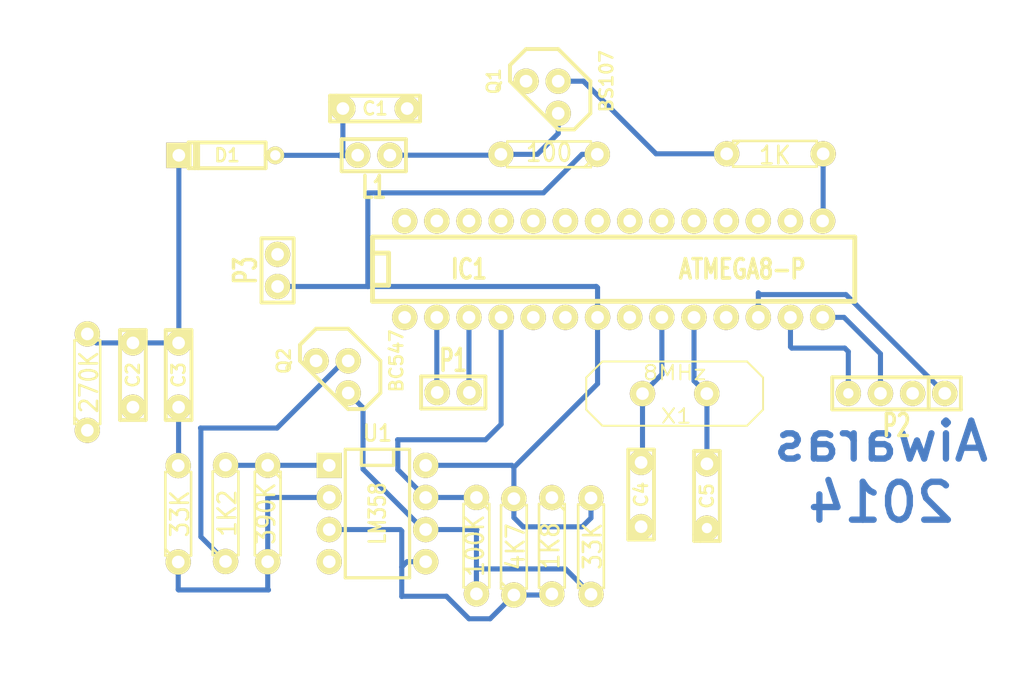
<source format=kicad_pcb>
(kicad_pcb (version 3) (host pcbnew "(2013-07-07 BZR 4022)-stable")

  (general
    (links 48)
    (no_connects 11)
    (area 56.02 61.6 136.920001 115.950001)
    (thickness 1.6)
    (drawings 1)
    (tracks 113)
    (zones 0)
    (modules 25)
    (nets 22)
  )

  (page A3)
  (layers
    (15 F.Cu signal)
    (0 B.Cu signal)
    (16 B.Adhes user)
    (17 F.Adhes user)
    (18 B.Paste user)
    (19 F.Paste user)
    (20 B.SilkS user)
    (21 F.SilkS user)
    (22 B.Mask user)
    (23 F.Mask user)
    (24 Dwgs.User user)
    (25 Cmts.User user)
    (26 Eco1.User user)
    (27 Eco2.User user)
    (28 Edge.Cuts user)
  )

  (setup
    (last_trace_width 0.4)
    (trace_clearance 0.254)
    (zone_clearance 0.508)
    (zone_45_only no)
    (trace_min 0.254)
    (segment_width 0.2)
    (edge_width 0.1)
    (via_size 0.889)
    (via_drill 0.635)
    (via_min_size 0.889)
    (via_min_drill 0.508)
    (uvia_size 0.508)
    (uvia_drill 0.127)
    (uvias_allowed no)
    (uvia_min_size 0.508)
    (uvia_min_drill 0.127)
    (pcb_text_width 0.3)
    (pcb_text_size 1.5 1.5)
    (mod_edge_width 0.15)
    (mod_text_size 1 1)
    (mod_text_width 0.15)
    (pad_size 2 2)
    (pad_drill 1)
    (pad_to_mask_clearance 0)
    (aux_axis_origin 0 0)
    (visible_elements 7FFFFFFF)
    (pcbplotparams
      (layerselection 1)
      (usegerberextensions false)
      (excludeedgelayer true)
      (linewidth 0.150000)
      (plotframeref false)
      (viasonmask false)
      (mode 1)
      (useauxorigin false)
      (hpglpennumber 1)
      (hpglpenspeed 20)
      (hpglpendiameter 15)
      (hpglpenoverlay 2)
      (psnegative false)
      (psa4output false)
      (plotreference true)
      (plotvalue true)
      (plotothertext true)
      (plotinvisibletext false)
      (padsonsilk false)
      (subtractmaskfromsilk false)
      (outputformat 5)
      (mirror false)
      (drillshape 2)
      (scaleselection 1)
      (outputdirectory C:/Users/Aivaras/Desktop/RFID/svg/))
  )

  (net 0 "")
  (net 1 +5V)
  (net 2 GND)
  (net 3 N-000001)
  (net 4 N-0000010)
  (net 5 N-0000011)
  (net 6 N-0000012)
  (net 7 N-0000013)
  (net 8 N-0000014)
  (net 9 N-0000015)
  (net 10 N-0000018)
  (net 11 N-0000025)
  (net 12 N-0000034)
  (net 13 N-0000036)
  (net 14 N-0000037)
  (net 15 N-0000038)
  (net 16 N-000004)
  (net 17 N-000005)
  (net 18 N-000006)
  (net 19 N-000007)
  (net 20 N-000008)
  (net 21 N-000009)

  (net_class Default "This is the default net class."
    (clearance 0.254)
    (trace_width 0.4)
    (via_dia 0.889)
    (via_drill 0.635)
    (uvia_dia 0.508)
    (uvia_drill 0.127)
    (add_net "")
    (add_net +5V)
    (add_net GND)
    (add_net N-000001)
    (add_net N-0000010)
    (add_net N-0000011)
    (add_net N-0000012)
    (add_net N-0000013)
    (add_net N-0000014)
    (add_net N-0000015)
    (add_net N-0000018)
    (add_net N-0000025)
    (add_net N-0000034)
    (add_net N-0000036)
    (add_net N-0000037)
    (add_net N-0000038)
    (add_net N-000004)
    (add_net N-000005)
    (add_net N-000006)
    (add_net N-000007)
    (add_net N-000008)
    (add_net N-000009)
  )

  (module TO92 (layer F.Cu) (tedit 534AE131) (tstamp 534AD09D)
    (at 98.85 69.29 270)
    (descr "Transistor TO92 brochage type BC237")
    (tags "TR TO92")
    (path /534AC665)
    (fp_text reference Q1 (at -1.27 3.81 270) (layer F.SilkS)
      (effects (font (size 1.016 1.016) (thickness 0.2032)))
    )
    (fp_text value BS107 (at -1.27 -5.08 270) (layer F.SilkS)
      (effects (font (size 1.016 1.016) (thickness 0.2032)))
    )
    (fp_line (start -1.27 2.54) (end 2.54 -1.27) (layer F.SilkS) (width 0.3048))
    (fp_line (start 2.54 -1.27) (end 2.54 -2.54) (layer F.SilkS) (width 0.3048))
    (fp_line (start 2.54 -2.54) (end 1.27 -3.81) (layer F.SilkS) (width 0.3048))
    (fp_line (start 1.27 -3.81) (end -1.27 -3.81) (layer F.SilkS) (width 0.3048))
    (fp_line (start -1.27 -3.81) (end -3.81 -1.27) (layer F.SilkS) (width 0.3048))
    (fp_line (start -3.81 -1.27) (end -3.81 1.27) (layer F.SilkS) (width 0.3048))
    (fp_line (start -3.81 1.27) (end -2.54 2.54) (layer F.SilkS) (width 0.3048))
    (fp_line (start -2.54 2.54) (end -1.27 2.54) (layer F.SilkS) (width 0.3048))
    (pad 1 thru_hole circle (at 1.27 -1.27 270) (size 2 2) (drill 1)
      (layers *.Cu *.Mask F.SilkS)
      (net 11 N-0000025)
    )
    (pad 2 thru_hole circle (at -1.27 -1.27 270) (size 2 2) (drill 1)
      (layers *.Cu *.Mask F.SilkS)
      (net 13 N-0000036)
    )
    (pad 3 thru_hole circle (at -1.27 1.27 270) (size 2 2) (drill 1)
      (layers *.Cu *.Mask F.SilkS)
      (net 2 GND)
    )
    (model discret/to98.wrl
      (at (xyz 0 0 0))
      (scale (xyz 1 1 1))
      (rotate (xyz 0 0 0))
    )
  )

  (module TO92 (layer F.Cu) (tedit 534AE2EC) (tstamp 534AD0AC)
    (at 82.26 91.4 270)
    (descr "Transistor TO92 brochage type BC237")
    (tags "TR TO92")
    (path /534AC69E)
    (fp_text reference Q2 (at -1.27 3.81 270) (layer F.SilkS)
      (effects (font (size 1.016 1.016) (thickness 0.2032)))
    )
    (fp_text value BC547 (at -1.27 -5.08 270) (layer F.SilkS)
      (effects (font (size 1.016 1.016) (thickness 0.2032)))
    )
    (fp_line (start -1.27 2.54) (end 2.54 -1.27) (layer F.SilkS) (width 0.3048))
    (fp_line (start 2.54 -1.27) (end 2.54 -2.54) (layer F.SilkS) (width 0.3048))
    (fp_line (start 2.54 -2.54) (end 1.27 -3.81) (layer F.SilkS) (width 0.3048))
    (fp_line (start 1.27 -3.81) (end -1.27 -3.81) (layer F.SilkS) (width 0.3048))
    (fp_line (start -1.27 -3.81) (end -3.81 -1.27) (layer F.SilkS) (width 0.3048))
    (fp_line (start -3.81 -1.27) (end -3.81 1.27) (layer F.SilkS) (width 0.3048))
    (fp_line (start -3.81 1.27) (end -2.54 2.54) (layer F.SilkS) (width 0.3048))
    (fp_line (start -2.54 2.54) (end -1.27 2.54) (layer F.SilkS) (width 0.3048))
    (pad 1 thru_hole circle (at 1.27 -1.27 270) (size 2 2) (drill 1)
      (layers *.Cu *.Mask F.SilkS)
      (net 21 N-000009)
    )
    (pad 2 thru_hole circle (at -1.27 -1.27 270) (size 2 2) (drill 1)
      (layers *.Cu *.Mask F.SilkS)
      (net 19 N-000007)
    )
    (pad 3 thru_hole circle (at -1.27 1.27 270) (size 2 2) (drill 1)
      (layers *.Cu *.Mask F.SilkS)
      (net 2 GND)
    )
    (model discret/to98.wrl
      (at (xyz 0 0 0))
      (scale (xyz 1 1 1))
      (rotate (xyz 0 0 0))
    )
  )

  (module SIL-4 (layer F.Cu) (tedit 534AE31D) (tstamp 534AD0BB)
    (at 126.85 92.7 180)
    (descr "Connecteur 4 pibs")
    (tags "CONN DEV")
    (path /534AE5AF)
    (fp_text reference P2 (at 0 -2.54 180) (layer F.SilkS)
      (effects (font (size 1.73482 1.08712) (thickness 0.3048)))
    )
    (fp_text value CONN_4 (at 0 -2.54 180) (layer F.SilkS) hide
      (effects (font (size 1.524 1.016) (thickness 0.3048)))
    )
    (fp_line (start -5.08 -1.27) (end -5.08 -1.27) (layer F.SilkS) (width 0.3048))
    (fp_line (start -5.08 1.27) (end -5.08 -1.27) (layer F.SilkS) (width 0.3048))
    (fp_line (start -5.08 -1.27) (end -5.08 -1.27) (layer F.SilkS) (width 0.3048))
    (fp_line (start -5.08 -1.27) (end 5.08 -1.27) (layer F.SilkS) (width 0.3048))
    (fp_line (start 5.08 -1.27) (end 5.08 1.27) (layer F.SilkS) (width 0.3048))
    (fp_line (start 5.08 1.27) (end -5.08 1.27) (layer F.SilkS) (width 0.3048))
    (fp_line (start -2.54 1.27) (end -2.54 -1.27) (layer F.SilkS) (width 0.3048))
    (pad 1 thru_hole circle (at -3.81 0 180) (size 2 2) (drill 1)
      (layers *.Cu *.Mask F.SilkS)
      (net 4 N-0000010)
    )
    (pad 2 thru_hole circle (at -1.27 0 180) (size 2 2) (drill 1)
      (layers *.Cu *.Mask F.SilkS)
      (net 2 GND)
    )
    (pad 3 thru_hole circle (at 1.27 0 180) (size 2 2) (drill 1)
      (layers *.Cu *.Mask F.SilkS)
      (net 5 N-0000011)
    )
    (pad 4 thru_hole circle (at 3.81 0 180) (size 2 2) (drill 0.8128)
      (layers *.Cu *.Mask F.SilkS)
      (net 6 N-0000012)
    )
  )

  (module SIL-2 (layer F.Cu) (tedit 534AE182) (tstamp 534AD0C5)
    (at 85.55 73.87 180)
    (descr "Connecteurs 2 pins")
    (tags "CONN DEV")
    (path /534AC770)
    (fp_text reference L1 (at 0 -2.54 180) (layer F.SilkS)
      (effects (font (size 1.72974 1.08712) (thickness 0.3048)))
    )
    (fp_text value INDUCTOR (at 0 -2.54 180) (layer F.SilkS) hide
      (effects (font (size 1.524 1.016) (thickness 0.3048)))
    )
    (fp_line (start -2.54 1.27) (end -2.54 -1.27) (layer F.SilkS) (width 0.3048))
    (fp_line (start -2.54 -1.27) (end 2.54 -1.27) (layer F.SilkS) (width 0.3048))
    (fp_line (start 2.54 -1.27) (end 2.54 1.27) (layer F.SilkS) (width 0.3048))
    (fp_line (start 2.54 1.27) (end -2.54 1.27) (layer F.SilkS) (width 0.3048))
    (pad 1 thru_hole circle (at -1.27 0 180) (size 2 2) (drill 1)
      (layers *.Cu *.Mask F.SilkS)
      (net 11 N-0000025)
    )
    (pad 2 thru_hole circle (at 1.27 0 180) (size 2 2) (drill 1)
      (layers *.Cu *.Mask F.SilkS)
      (net 14 N-0000037)
    )
  )

  (module SIL-2 (layer F.Cu) (tedit 534AE2B4) (tstamp 534AD0CF)
    (at 77.95 82.98 90)
    (descr "Connecteurs 2 pins")
    (tags "CONN DEV")
    (path /534AE35B)
    (fp_text reference P3 (at 0 -2.54 90) (layer F.SilkS)
      (effects (font (size 1.72974 1.08712) (thickness 0.3048)))
    )
    (fp_text value CONN_2 (at 0 -2.54 90) (layer F.SilkS) hide
      (effects (font (size 1.524 1.016) (thickness 0.3048)))
    )
    (fp_line (start -2.54 1.27) (end -2.54 -1.27) (layer F.SilkS) (width 0.3048))
    (fp_line (start -2.54 -1.27) (end 2.54 -1.27) (layer F.SilkS) (width 0.3048))
    (fp_line (start 2.54 -1.27) (end 2.54 1.27) (layer F.SilkS) (width 0.3048))
    (fp_line (start 2.54 1.27) (end -2.54 1.27) (layer F.SilkS) (width 0.3048))
    (pad 1 thru_hole circle (at -1.27 0 90) (size 2 2) (drill 1)
      (layers *.Cu *.Mask F.SilkS)
      (net 1 +5V)
    )
    (pad 2 thru_hole circle (at 1.27 0 90) (size 2 2) (drill 1)
      (layers *.Cu *.Mask F.SilkS)
      (net 2 GND)
    )
  )

  (module SIL-2 (layer F.Cu) (tedit 534AE2FE) (tstamp 534AD0D9)
    (at 91.83 92.63)
    (descr "Connecteurs 2 pins")
    (tags "CONN DEV")
    (path /534AE1FA)
    (fp_text reference P1 (at 0 -2.54) (layer F.SilkS)
      (effects (font (size 1.72974 1.08712) (thickness 0.3048)))
    )
    (fp_text value CONN_2 (at 0 -2.54) (layer F.SilkS) hide
      (effects (font (size 1.524 1.016) (thickness 0.3048)))
    )
    (fp_line (start -2.54 1.27) (end -2.54 -1.27) (layer F.SilkS) (width 0.3048))
    (fp_line (start -2.54 -1.27) (end 2.54 -1.27) (layer F.SilkS) (width 0.3048))
    (fp_line (start 2.54 -1.27) (end 2.54 1.27) (layer F.SilkS) (width 0.3048))
    (fp_line (start 2.54 1.27) (end -2.54 1.27) (layer F.SilkS) (width 0.3048))
    (pad 1 thru_hole circle (at -1.27 0) (size 2 2) (drill 1)
      (layers *.Cu *.Mask F.SilkS)
      (net 9 N-0000015)
    )
    (pad 2 thru_hole circle (at 1.27 0) (size 2 2) (drill 1)
      (layers *.Cu *.Mask F.SilkS)
      (net 8 N-0000014)
    )
  )

  (module R3 (layer F.Cu) (tedit 534AE3BD) (tstamp 534AD0E7)
    (at 102.71 104.78 90)
    (descr "Resitance 3 pas")
    (tags R)
    (path /534AD459)
    (autoplace_cost180 10)
    (fp_text reference R9 (at 0 0.127 90) (layer F.SilkS) hide
      (effects (font (size 1.397 1.27) (thickness 0.2032)))
    )
    (fp_text value 33K (at 0 0.127 90) (layer F.SilkS)
      (effects (font (size 1.397 1.27) (thickness 0.2032)))
    )
    (fp_line (start -3.81 0) (end -3.302 0) (layer F.SilkS) (width 0.2032))
    (fp_line (start 3.81 0) (end 3.302 0) (layer F.SilkS) (width 0.2032))
    (fp_line (start 3.302 0) (end 3.302 -1.016) (layer F.SilkS) (width 0.2032))
    (fp_line (start 3.302 -1.016) (end -3.302 -1.016) (layer F.SilkS) (width 0.2032))
    (fp_line (start -3.302 -1.016) (end -3.302 1.016) (layer F.SilkS) (width 0.2032))
    (fp_line (start -3.302 1.016) (end 3.302 1.016) (layer F.SilkS) (width 0.2032))
    (fp_line (start 3.302 1.016) (end 3.302 0) (layer F.SilkS) (width 0.2032))
    (fp_line (start -3.302 -0.508) (end -2.794 -1.016) (layer F.SilkS) (width 0.2032))
    (pad 1 thru_hole circle (at -3.81 0 90) (size 2 2) (drill 1)
      (layers *.Cu *.Mask F.SilkS)
      (net 21 N-000009)
    )
    (pad 2 thru_hole circle (at 3.81 0 90) (size 2 2) (drill 1)
      (layers *.Cu *.Mask F.SilkS)
      (net 1 +5V)
    )
    (model discret/resistor.wrl
      (at (xyz 0 0 0))
      (scale (xyz 0.3 0.3 0.3))
      (rotate (xyz 0 0 0))
    )
  )

  (module R3 (layer F.Cu) (tedit 534AE395) (tstamp 534AD0F5)
    (at 73.84 102.18 90)
    (descr "Resitance 3 pas")
    (tags R)
    (path /534AD1AC)
    (autoplace_cost180 10)
    (fp_text reference R8 (at 0 0.127 90) (layer F.SilkS) hide
      (effects (font (size 1.397 1.27) (thickness 0.2032)))
    )
    (fp_text value 1K2 (at 0 0.127 90) (layer F.SilkS)
      (effects (font (size 1.397 1.27) (thickness 0.2032)))
    )
    (fp_line (start -3.81 0) (end -3.302 0) (layer F.SilkS) (width 0.2032))
    (fp_line (start 3.81 0) (end 3.302 0) (layer F.SilkS) (width 0.2032))
    (fp_line (start 3.302 0) (end 3.302 -1.016) (layer F.SilkS) (width 0.2032))
    (fp_line (start 3.302 -1.016) (end -3.302 -1.016) (layer F.SilkS) (width 0.2032))
    (fp_line (start -3.302 -1.016) (end -3.302 1.016) (layer F.SilkS) (width 0.2032))
    (fp_line (start -3.302 1.016) (end 3.302 1.016) (layer F.SilkS) (width 0.2032))
    (fp_line (start 3.302 1.016) (end 3.302 0) (layer F.SilkS) (width 0.2032))
    (fp_line (start -3.302 -0.508) (end -2.794 -1.016) (layer F.SilkS) (width 0.2032))
    (pad 1 thru_hole circle (at -3.81 0 90) (size 2 2) (drill 1)
      (layers *.Cu *.Mask F.SilkS)
      (net 19 N-000007)
    )
    (pad 2 thru_hole circle (at 3.81 0 90) (size 2 2) (drill 1)
      (layers *.Cu *.Mask F.SilkS)
      (net 20 N-000008)
    )
    (model discret/resistor.wrl
      (at (xyz 0 0 0))
      (scale (xyz 0.3 0.3 0.3))
      (rotate (xyz 0 0 0))
    )
  )

  (module R3 (layer F.Cu) (tedit 534AE39A) (tstamp 534AD103)
    (at 77.17 102.2 270)
    (descr "Resitance 3 pas")
    (tags R)
    (path /534ACFEF)
    (autoplace_cost180 10)
    (fp_text reference R7 (at 0 0.127 270) (layer F.SilkS) hide
      (effects (font (size 1.397 1.27) (thickness 0.2032)))
    )
    (fp_text value 390K (at 0 0.127 270) (layer F.SilkS)
      (effects (font (size 1.397 1.27) (thickness 0.2032)))
    )
    (fp_line (start -3.81 0) (end -3.302 0) (layer F.SilkS) (width 0.2032))
    (fp_line (start 3.81 0) (end 3.302 0) (layer F.SilkS) (width 0.2032))
    (fp_line (start 3.302 0) (end 3.302 -1.016) (layer F.SilkS) (width 0.2032))
    (fp_line (start 3.302 -1.016) (end -3.302 -1.016) (layer F.SilkS) (width 0.2032))
    (fp_line (start -3.302 -1.016) (end -3.302 1.016) (layer F.SilkS) (width 0.2032))
    (fp_line (start -3.302 1.016) (end 3.302 1.016) (layer F.SilkS) (width 0.2032))
    (fp_line (start 3.302 1.016) (end 3.302 0) (layer F.SilkS) (width 0.2032))
    (fp_line (start -3.302 -0.508) (end -2.794 -1.016) (layer F.SilkS) (width 0.2032))
    (pad 1 thru_hole circle (at -3.81 0 270) (size 2 2) (drill 1)
      (layers *.Cu *.Mask F.SilkS)
      (net 20 N-000008)
    )
    (pad 2 thru_hole circle (at 3.81 0 270) (size 2 2) (drill 1)
      (layers *.Cu *.Mask F.SilkS)
      (net 18 N-000006)
    )
    (model discret/resistor.wrl
      (at (xyz 0 0 0))
      (scale (xyz 0.3 0.3 0.3))
      (rotate (xyz 0 0 0))
    )
  )

  (module R3 (layer F.Cu) (tedit 534AE3B7) (tstamp 534AD111)
    (at 99.62 104.75 270)
    (descr "Resitance 3 pas")
    (tags R)
    (path /534ACC81)
    (autoplace_cost180 10)
    (fp_text reference R5 (at 0 0.127 270) (layer F.SilkS) hide
      (effects (font (size 1.397 1.27) (thickness 0.2032)))
    )
    (fp_text value 1K8 (at 0 0.127 270) (layer F.SilkS)
      (effects (font (size 1.397 1.27) (thickness 0.2032)))
    )
    (fp_line (start -3.81 0) (end -3.302 0) (layer F.SilkS) (width 0.2032))
    (fp_line (start 3.81 0) (end 3.302 0) (layer F.SilkS) (width 0.2032))
    (fp_line (start 3.302 0) (end 3.302 -1.016) (layer F.SilkS) (width 0.2032))
    (fp_line (start 3.302 -1.016) (end -3.302 -1.016) (layer F.SilkS) (width 0.2032))
    (fp_line (start -3.302 -1.016) (end -3.302 1.016) (layer F.SilkS) (width 0.2032))
    (fp_line (start -3.302 1.016) (end 3.302 1.016) (layer F.SilkS) (width 0.2032))
    (fp_line (start 3.302 1.016) (end 3.302 0) (layer F.SilkS) (width 0.2032))
    (fp_line (start -3.302 -0.508) (end -2.794 -1.016) (layer F.SilkS) (width 0.2032))
    (pad 1 thru_hole circle (at -3.81 0 270) (size 2 2) (drill 1)
      (layers *.Cu *.Mask F.SilkS)
      (net 2 GND)
    )
    (pad 2 thru_hole circle (at 3.81 0 270) (size 2 2) (drill 1)
      (layers *.Cu *.Mask F.SilkS)
      (net 10 N-0000018)
    )
    (model discret/resistor.wrl
      (at (xyz 0 0 0))
      (scale (xyz 0.3 0.3 0.3))
      (rotate (xyz 0 0 0))
    )
  )

  (module R3 (layer F.Cu) (tedit 534AE3B1) (tstamp 534AD11F)
    (at 96.62 104.83 90)
    (descr "Resitance 3 pas")
    (tags R)
    (path /534ACC7B)
    (autoplace_cost180 10)
    (fp_text reference R4 (at 0 0.127 90) (layer F.SilkS) hide
      (effects (font (size 1.397 1.27) (thickness 0.2032)))
    )
    (fp_text value 4K7 (at 0 0.127 90) (layer F.SilkS)
      (effects (font (size 1.397 1.27) (thickness 0.2032)))
    )
    (fp_line (start -3.81 0) (end -3.302 0) (layer F.SilkS) (width 0.2032))
    (fp_line (start 3.81 0) (end 3.302 0) (layer F.SilkS) (width 0.2032))
    (fp_line (start 3.302 0) (end 3.302 -1.016) (layer F.SilkS) (width 0.2032))
    (fp_line (start 3.302 -1.016) (end -3.302 -1.016) (layer F.SilkS) (width 0.2032))
    (fp_line (start -3.302 -1.016) (end -3.302 1.016) (layer F.SilkS) (width 0.2032))
    (fp_line (start -3.302 1.016) (end 3.302 1.016) (layer F.SilkS) (width 0.2032))
    (fp_line (start 3.302 1.016) (end 3.302 0) (layer F.SilkS) (width 0.2032))
    (fp_line (start -3.302 -0.508) (end -2.794 -1.016) (layer F.SilkS) (width 0.2032))
    (pad 1 thru_hole circle (at -3.81 0 90) (size 2 2) (drill 1)
      (layers *.Cu *.Mask F.SilkS)
      (net 10 N-0000018)
    )
    (pad 2 thru_hole circle (at 3.81 0 90) (size 2 2) (drill 1)
      (layers *.Cu *.Mask F.SilkS)
      (net 1 +5V)
    )
    (model discret/resistor.wrl
      (at (xyz 0 0 0))
      (scale (xyz 0.3 0.3 0.3))
      (rotate (xyz 0 0 0))
    )
  )

  (module R3 (layer F.Cu) (tedit 534AE38F) (tstamp 534AD12D)
    (at 70.1 102.22 90)
    (descr "Resitance 3 pas")
    (tags R)
    (path /534ACB85)
    (autoplace_cost180 10)
    (fp_text reference R6 (at 0 0.127 90) (layer F.SilkS) hide
      (effects (font (size 1.397 1.27) (thickness 0.2032)))
    )
    (fp_text value 33K (at 0 0.127 90) (layer F.SilkS)
      (effects (font (size 1.397 1.27) (thickness 0.2032)))
    )
    (fp_line (start -3.81 0) (end -3.302 0) (layer F.SilkS) (width 0.2032))
    (fp_line (start 3.81 0) (end 3.302 0) (layer F.SilkS) (width 0.2032))
    (fp_line (start 3.302 0) (end 3.302 -1.016) (layer F.SilkS) (width 0.2032))
    (fp_line (start 3.302 -1.016) (end -3.302 -1.016) (layer F.SilkS) (width 0.2032))
    (fp_line (start -3.302 -1.016) (end -3.302 1.016) (layer F.SilkS) (width 0.2032))
    (fp_line (start -3.302 1.016) (end 3.302 1.016) (layer F.SilkS) (width 0.2032))
    (fp_line (start 3.302 1.016) (end 3.302 0) (layer F.SilkS) (width 0.2032))
    (fp_line (start -3.302 -0.508) (end -2.794 -1.016) (layer F.SilkS) (width 0.2032))
    (pad 1 thru_hole circle (at -3.81 0 90) (size 2 2) (drill 1)
      (layers *.Cu *.Mask F.SilkS)
      (net 18 N-000006)
    )
    (pad 2 thru_hole circle (at 3.81 0 90) (size 2 2) (drill 1)
      (layers *.Cu *.Mask F.SilkS)
      (net 12 N-0000034)
    )
    (model discret/resistor.wrl
      (at (xyz 0 0 0))
      (scale (xyz 0.3 0.3 0.3))
      (rotate (xyz 0 0 0))
    )
  )

  (module R3 (layer F.Cu) (tedit 534AE2D3) (tstamp 534AD13B)
    (at 62.92 91.81 90)
    (descr "Resitance 3 pas")
    (tags R)
    (path /534ACA53)
    (autoplace_cost180 10)
    (fp_text reference R3 (at 0 0.127 90) (layer F.SilkS) hide
      (effects (font (size 1.397 1.27) (thickness 0.2032)))
    )
    (fp_text value 270K (at 0 0.127 90) (layer F.SilkS)
      (effects (font (size 1.397 1.27) (thickness 0.2032)))
    )
    (fp_line (start -3.81 0) (end -3.302 0) (layer F.SilkS) (width 0.2032))
    (fp_line (start 3.81 0) (end 3.302 0) (layer F.SilkS) (width 0.2032))
    (fp_line (start 3.302 0) (end 3.302 -1.016) (layer F.SilkS) (width 0.2032))
    (fp_line (start 3.302 -1.016) (end -3.302 -1.016) (layer F.SilkS) (width 0.2032))
    (fp_line (start -3.302 -1.016) (end -3.302 1.016) (layer F.SilkS) (width 0.2032))
    (fp_line (start -3.302 1.016) (end 3.302 1.016) (layer F.SilkS) (width 0.2032))
    (fp_line (start 3.302 1.016) (end 3.302 0) (layer F.SilkS) (width 0.2032))
    (fp_line (start -3.302 -0.508) (end -2.794 -1.016) (layer F.SilkS) (width 0.2032))
    (pad 1 thru_hole circle (at -3.81 0 90) (size 2 2) (drill 1)
      (layers *.Cu *.Mask F.SilkS)
      (net 2 GND)
    )
    (pad 2 thru_hole circle (at 3.81 0 90) (size 2 2) (drill 1)
      (layers *.Cu *.Mask F.SilkS)
      (net 15 N-0000038)
    )
    (model discret/resistor.wrl
      (at (xyz 0 0 0))
      (scale (xyz 0.3 0.3 0.3))
      (rotate (xyz 0 0 0))
    )
  )

  (module R3 (layer F.Cu) (tedit 534AE195) (tstamp 534AD149)
    (at 117.24 73.76)
    (descr "Resitance 3 pas")
    (tags R)
    (path /534AC880)
    (autoplace_cost180 10)
    (fp_text reference R2 (at 0 0.127) (layer F.SilkS) hide
      (effects (font (size 1.397 1.27) (thickness 0.2032)))
    )
    (fp_text value 1K (at 0 0.127) (layer F.SilkS)
      (effects (font (size 1.397 1.27) (thickness 0.2032)))
    )
    (fp_line (start -3.81 0) (end -3.302 0) (layer F.SilkS) (width 0.2032))
    (fp_line (start 3.81 0) (end 3.302 0) (layer F.SilkS) (width 0.2032))
    (fp_line (start 3.302 0) (end 3.302 -1.016) (layer F.SilkS) (width 0.2032))
    (fp_line (start 3.302 -1.016) (end -3.302 -1.016) (layer F.SilkS) (width 0.2032))
    (fp_line (start -3.302 -1.016) (end -3.302 1.016) (layer F.SilkS) (width 0.2032))
    (fp_line (start -3.302 1.016) (end 3.302 1.016) (layer F.SilkS) (width 0.2032))
    (fp_line (start 3.302 1.016) (end 3.302 0) (layer F.SilkS) (width 0.2032))
    (fp_line (start -3.302 -0.508) (end -2.794 -1.016) (layer F.SilkS) (width 0.2032))
    (pad 1 thru_hole circle (at -3.81 0) (size 2 2) (drill 1)
      (layers *.Cu *.Mask F.SilkS)
      (net 13 N-0000036)
    )
    (pad 2 thru_hole circle (at 3.81 0) (size 2 2) (drill 1)
      (layers *.Cu *.Mask F.SilkS)
      (net 7 N-0000013)
    )
    (model discret/resistor.wrl
      (at (xyz 0 0 0))
      (scale (xyz 0.3 0.3 0.3))
      (rotate (xyz 0 0 0))
    )
  )

  (module R3 (layer F.Cu) (tedit 534AE1DF) (tstamp 534AD157)
    (at 99.4 73.8 180)
    (descr "Resitance 3 pas")
    (tags R)
    (path /534AC759)
    (autoplace_cost180 10)
    (fp_text reference R1 (at 0 0.127 180) (layer F.SilkS) hide
      (effects (font (size 1.397 1.27) (thickness 0.2032)))
    )
    (fp_text value 100 (at 0 0.127 180) (layer F.SilkS)
      (effects (font (size 1.397 1.27) (thickness 0.2032)))
    )
    (fp_line (start -3.81 0) (end -3.302 0) (layer F.SilkS) (width 0.2032))
    (fp_line (start 3.81 0) (end 3.302 0) (layer F.SilkS) (width 0.2032))
    (fp_line (start 3.302 0) (end 3.302 -1.016) (layer F.SilkS) (width 0.2032))
    (fp_line (start 3.302 -1.016) (end -3.302 -1.016) (layer F.SilkS) (width 0.2032))
    (fp_line (start -3.302 -1.016) (end -3.302 1.016) (layer F.SilkS) (width 0.2032))
    (fp_line (start -3.302 1.016) (end 3.302 1.016) (layer F.SilkS) (width 0.2032))
    (fp_line (start 3.302 1.016) (end 3.302 0) (layer F.SilkS) (width 0.2032))
    (fp_line (start -3.302 -0.508) (end -2.794 -1.016) (layer F.SilkS) (width 0.2032))
    (pad 1 thru_hole circle (at -3.81 0 180) (size 2 2) (drill 1)
      (layers *.Cu *.Mask F.SilkS)
      (net 1 +5V)
    )
    (pad 2 thru_hole circle (at 3.81 0 180) (size 2 2) (drill 1)
      (layers *.Cu *.Mask F.SilkS)
      (net 11 N-0000025)
    )
    (model discret/resistor.wrl
      (at (xyz 0 0 0))
      (scale (xyz 0.3 0.3 0.3))
      (rotate (xyz 0 0 0))
    )
  )

  (module R3 (layer F.Cu) (tedit 534AE3AC) (tstamp 534AD165)
    (at 93.66 104.74 270)
    (descr "Resitance 3 pas")
    (tags R)
    (path /534AC633)
    (autoplace_cost180 10)
    (fp_text reference R10 (at 0 0.127 270) (layer F.SilkS) hide
      (effects (font (size 1.397 1.27) (thickness 0.2032)))
    )
    (fp_text value 100K (at 0 0.127 270) (layer F.SilkS)
      (effects (font (size 1.397 1.27) (thickness 0.2032)))
    )
    (fp_line (start -3.81 0) (end -3.302 0) (layer F.SilkS) (width 0.2032))
    (fp_line (start 3.81 0) (end 3.302 0) (layer F.SilkS) (width 0.2032))
    (fp_line (start 3.302 0) (end 3.302 -1.016) (layer F.SilkS) (width 0.2032))
    (fp_line (start 3.302 -1.016) (end -3.302 -1.016) (layer F.SilkS) (width 0.2032))
    (fp_line (start -3.302 -1.016) (end -3.302 1.016) (layer F.SilkS) (width 0.2032))
    (fp_line (start -3.302 1.016) (end 3.302 1.016) (layer F.SilkS) (width 0.2032))
    (fp_line (start 3.302 1.016) (end 3.302 0) (layer F.SilkS) (width 0.2032))
    (fp_line (start -3.302 -0.508) (end -2.794 -1.016) (layer F.SilkS) (width 0.2032))
    (pad 1 thru_hole circle (at -3.81 0 270) (size 2 2) (drill 1)
      (layers *.Cu *.Mask F.SilkS)
      (net 3 N-000001)
    )
    (pad 2 thru_hole circle (at 3.81 0 270) (size 2 2) (drill 1)
      (layers *.Cu *.Mask F.SilkS)
      (net 21 N-000009)
    )
    (model discret/resistor.wrl
      (at (xyz 0 0 0))
      (scale (xyz 0.3 0.3 0.3))
      (rotate (xyz 0 0 0))
    )
  )

  (module HC-18UV (layer F.Cu) (tedit 534AE308) (tstamp 534AD173)
    (at 109.32 92.72 180)
    (descr "Quartz boitier HC-18U vertical")
    (tags "QUARTZ DEV")
    (path /534ADCCA)
    (autoplace_cost180 10)
    (fp_text reference X1 (at -0.127 -1.778 180) (layer F.SilkS)
      (effects (font (size 1.143 1.27) (thickness 0.1524)))
    )
    (fp_text value 8MHz (at 0 1.651 180) (layer F.SilkS)
      (effects (font (size 1.143 1.27) (thickness 0.1524)))
    )
    (fp_line (start -6.985 -1.27) (end -5.715 -2.54) (layer F.SilkS) (width 0.1524))
    (fp_line (start 5.715 -2.54) (end 6.985 -1.27) (layer F.SilkS) (width 0.1524))
    (fp_line (start 6.985 1.27) (end 5.715 2.54) (layer F.SilkS) (width 0.1524))
    (fp_line (start -6.985 1.27) (end -5.715 2.54) (layer F.SilkS) (width 0.1524))
    (fp_line (start -5.715 -2.54) (end 5.715 -2.54) (layer F.SilkS) (width 0.1524))
    (fp_line (start -6.985 -1.27) (end -6.985 1.27) (layer F.SilkS) (width 0.1524))
    (fp_line (start -5.715 2.54) (end 5.715 2.54) (layer F.SilkS) (width 0.1524))
    (fp_line (start 6.985 1.27) (end 6.985 -1.27) (layer F.SilkS) (width 0.1524))
    (pad 1 thru_hole circle (at -2.54 0 180) (size 2 2) (drill 1)
      (layers *.Cu *.Mask F.SilkS)
      (net 16 N-000004)
    )
    (pad 2 thru_hole circle (at 2.54 0 180) (size 2 2) (drill 1)
      (layers *.Cu *.Mask F.SilkS)
      (net 17 N-000005)
    )
    (model discret/crystal_hc18u_vertical.wrl
      (at (xyz 0 0 0))
      (scale (xyz 1 1 1))
      (rotate (xyz 0 0 0))
    )
    (model discret/xtal/crystal_hc18u_vertical.wrl
      (at (xyz 0 0 0))
      (scale (xyz 1 1 1))
      (rotate (xyz 0 0 0))
    )
  )

  (module DIP-8__300 (layer F.Cu) (tedit 534AE3A6) (tstamp 534AD186)
    (at 85.84 102.2 270)
    (descr "8 pins DIL package, round pads")
    (tags DIL)
    (path /534AC569)
    (fp_text reference U1 (at -6.35 0 360) (layer F.SilkS)
      (effects (font (size 1.27 1.143) (thickness 0.2032)))
    )
    (fp_text value LM358 (at 0 0 270) (layer F.SilkS)
      (effects (font (size 1.27 1.016) (thickness 0.2032)))
    )
    (fp_line (start -5.08 -1.27) (end -3.81 -1.27) (layer F.SilkS) (width 0.254))
    (fp_line (start -3.81 -1.27) (end -3.81 1.27) (layer F.SilkS) (width 0.254))
    (fp_line (start -3.81 1.27) (end -5.08 1.27) (layer F.SilkS) (width 0.254))
    (fp_line (start -5.08 -2.54) (end 5.08 -2.54) (layer F.SilkS) (width 0.254))
    (fp_line (start 5.08 -2.54) (end 5.08 2.54) (layer F.SilkS) (width 0.254))
    (fp_line (start 5.08 2.54) (end -5.08 2.54) (layer F.SilkS) (width 0.254))
    (fp_line (start -5.08 2.54) (end -5.08 -2.54) (layer F.SilkS) (width 0.254))
    (pad 1 thru_hole rect (at -3.81 3.81 270) (size 2 2) (drill 1)
      (layers *.Cu *.Mask F.SilkS)
      (net 20 N-000008)
    )
    (pad 2 thru_hole circle (at -1.27 3.81 270) (size 2 2) (drill 1)
      (layers *.Cu *.Mask F.SilkS)
      (net 18 N-000006)
    )
    (pad 3 thru_hole circle (at 1.27 3.81 270) (size 2 2) (drill 1)
      (layers *.Cu *.Mask F.SilkS)
      (net 10 N-0000018)
    )
    (pad 4 thru_hole circle (at 3.81 3.81 270) (size 2 2) (drill 1)
      (layers *.Cu *.Mask F.SilkS)
      (net 2 GND)
    )
    (pad 5 thru_hole circle (at 3.81 -3.81 270) (size 2 2) (drill 1)
      (layers *.Cu *.Mask F.SilkS)
      (net 10 N-0000018)
    )
    (pad 6 thru_hole circle (at 1.27 -3.81 270) (size 2 2) (drill 1)
      (layers *.Cu *.Mask F.SilkS)
      (net 21 N-000009)
    )
    (pad 7 thru_hole circle (at -1.27 -3.81 270) (size 2 2) (drill 1)
      (layers *.Cu *.Mask F.SilkS)
      (net 3 N-000001)
    )
    (pad 8 thru_hole circle (at -3.81 -3.81 270) (size 2 2) (drill 1)
      (layers *.Cu *.Mask F.SilkS)
      (net 1 +5V)
    )
    (model dil/dil_8.wrl
      (at (xyz 0 0 0))
      (scale (xyz 1 1 1))
      (rotate (xyz 0 0 0))
    )
  )

  (module DIP-28__300 (layer F.Cu) (tedit 534AE27F) (tstamp 534AD1AD)
    (at 104.5 82.88)
    (descr "28 pins DIL package, round pads, width 300mil")
    (tags DIL)
    (path /534AC529)
    (fp_text reference IC1 (at -11.43 0) (layer F.SilkS)
      (effects (font (size 1.524 1.143) (thickness 0.3048)))
    )
    (fp_text value ATMEGA8-P (at 10.16 0) (layer F.SilkS)
      (effects (font (size 1.524 1.143) (thickness 0.3048)))
    )
    (fp_line (start -19.05 -2.54) (end 19.05 -2.54) (layer F.SilkS) (width 0.381))
    (fp_line (start 19.05 -2.54) (end 19.05 2.54) (layer F.SilkS) (width 0.381))
    (fp_line (start 19.05 2.54) (end -19.05 2.54) (layer F.SilkS) (width 0.381))
    (fp_line (start -19.05 2.54) (end -19.05 -2.54) (layer F.SilkS) (width 0.381))
    (fp_line (start -19.05 -1.27) (end -17.78 -1.27) (layer F.SilkS) (width 0.381))
    (fp_line (start -17.78 -1.27) (end -17.78 1.27) (layer F.SilkS) (width 0.381))
    (fp_line (start -17.78 1.27) (end -19.05 1.27) (layer F.SilkS) (width 0.381))
    (pad 2 thru_hole circle (at -13.97 3.81) (size 2 2) (drill 1)
      (layers *.Cu *.Mask F.SilkS)
      (net 9 N-0000015)
    )
    (pad 3 thru_hole circle (at -11.43 3.81) (size 2 2) (drill 1)
      (layers *.Cu *.Mask F.SilkS)
      (net 8 N-0000014)
    )
    (pad 4 thru_hole circle (at -8.89 3.81) (size 2 2) (drill 1)
      (layers *.Cu *.Mask F.SilkS)
      (net 3 N-000001)
    )
    (pad 5 thru_hole circle (at -6.35 3.81) (size 2 2) (drill 1)
      (layers *.Cu *.Mask F.SilkS)
    )
    (pad 6 thru_hole circle (at -3.81 3.81) (size 2 2) (drill 1)
      (layers *.Cu *.Mask F.SilkS)
    )
    (pad 7 thru_hole circle (at -1.27 3.81) (size 2 2) (drill 1)
      (layers *.Cu *.Mask F.SilkS)
      (net 1 +5V)
    )
    (pad 8 thru_hole circle (at 1.27 3.81) (size 2 2) (drill 1)
      (layers *.Cu *.Mask F.SilkS)
      (net 2 GND)
    )
    (pad 9 thru_hole circle (at 3.81 3.81) (size 2 2) (drill 1)
      (layers *.Cu *.Mask F.SilkS)
      (net 17 N-000005)
    )
    (pad 10 thru_hole circle (at 6.35 3.81) (size 2 2) (drill 1)
      (layers *.Cu *.Mask F.SilkS)
      (net 16 N-000004)
    )
    (pad 11 thru_hole circle (at 8.89 3.81) (size 2 2) (drill 1)
      (layers *.Cu *.Mask F.SilkS)
    )
    (pad 12 thru_hole circle (at 11.43 3.81) (size 2 2) (drill 1)
      (layers *.Cu *.Mask F.SilkS)
      (net 4 N-0000010)
    )
    (pad 13 thru_hole circle (at 13.97 3.81) (size 2 2) (drill 1)
      (layers *.Cu *.Mask F.SilkS)
      (net 6 N-0000012)
    )
    (pad 14 thru_hole circle (at 16.51 3.81) (size 2 2) (drill 1)
      (layers *.Cu *.Mask F.SilkS)
      (net 5 N-0000011)
    )
    (pad 1 thru_hole circle (at -16.51 3.81) (size 2 2) (drill 1)
      (layers *.Cu *.Mask F.SilkS)
    )
    (pad 15 thru_hole circle (at 16.51 -3.81) (size 2 2) (drill 1)
      (layers *.Cu *.Mask F.SilkS)
      (net 7 N-0000013)
    )
    (pad 16 thru_hole circle (at 13.97 -3.81) (size 2 2) (drill 1)
      (layers *.Cu *.Mask F.SilkS)
    )
    (pad 17 thru_hole circle (at 11.43 -3.81) (size 2 2) (drill 1)
      (layers *.Cu *.Mask F.SilkS)
    )
    (pad 18 thru_hole circle (at 8.89 -3.81) (size 2 2) (drill 1)
      (layers *.Cu *.Mask F.SilkS)
    )
    (pad 19 thru_hole circle (at 6.35 -3.81) (size 2 2) (drill 1)
      (layers *.Cu *.Mask F.SilkS)
    )
    (pad 20 thru_hole circle (at 3.81 -3.81) (size 2 2) (drill 1)
      (layers *.Cu *.Mask F.SilkS)
    )
    (pad 21 thru_hole circle (at 1.27 -3.81) (size 2 2) (drill 1)
      (layers *.Cu *.Mask F.SilkS)
    )
    (pad 22 thru_hole circle (at -1.27 -3.81) (size 2 2) (drill 1)
      (layers *.Cu *.Mask F.SilkS)
    )
    (pad 23 thru_hole circle (at -3.81 -3.81) (size 2 2) (drill 1)
      (layers *.Cu *.Mask F.SilkS)
    )
    (pad 24 thru_hole circle (at -6.35 -3.81) (size 2 2) (drill 1)
      (layers *.Cu *.Mask F.SilkS)
    )
    (pad 25 thru_hole circle (at -8.89 -3.81) (size 2 2) (drill 1)
      (layers *.Cu *.Mask F.SilkS)
    )
    (pad 26 thru_hole circle (at -11.43 -3.81) (size 2 2) (drill 1)
      (layers *.Cu *.Mask F.SilkS)
    )
    (pad 27 thru_hole circle (at -13.97 -3.81) (size 2 2) (drill 1)
      (layers *.Cu *.Mask F.SilkS)
    )
    (pad 28 thru_hole circle (at -16.51 -3.81) (size 2 2) (drill 1)
      (layers *.Cu *.Mask F.SilkS)
    )
    (model dil/dil_28-w300.wrl
      (at (xyz 0 0 0))
      (scale (xyz 1 1 1))
      (rotate (xyz 0 0 0))
    )
  )

  (module D3 (layer F.Cu) (tedit 534AE16D) (tstamp 534AD1BD)
    (at 73.96 73.88 180)
    (descr "Diode 3 pas")
    (tags "DIODE DEV")
    (path /534AC94A)
    (fp_text reference D1 (at 0 0 180) (layer F.SilkS)
      (effects (font (size 1.016 1.016) (thickness 0.2032)))
    )
    (fp_text value 1N4148 (at 0 0 180) (layer F.SilkS) hide
      (effects (font (size 1.016 1.016) (thickness 0.2032)))
    )
    (fp_line (start 3.81 0) (end 3.048 0) (layer F.SilkS) (width 0.3048))
    (fp_line (start 3.048 0) (end 3.048 -1.016) (layer F.SilkS) (width 0.3048))
    (fp_line (start 3.048 -1.016) (end -3.048 -1.016) (layer F.SilkS) (width 0.3048))
    (fp_line (start -3.048 -1.016) (end -3.048 0) (layer F.SilkS) (width 0.3048))
    (fp_line (start -3.048 0) (end -3.81 0) (layer F.SilkS) (width 0.3048))
    (fp_line (start -3.048 0) (end -3.048 1.016) (layer F.SilkS) (width 0.3048))
    (fp_line (start -3.048 1.016) (end 3.048 1.016) (layer F.SilkS) (width 0.3048))
    (fp_line (start 3.048 1.016) (end 3.048 0) (layer F.SilkS) (width 0.3048))
    (fp_line (start 2.54 -1.016) (end 2.54 1.016) (layer F.SilkS) (width 0.3048))
    (fp_line (start 2.286 1.016) (end 2.286 -1.016) (layer F.SilkS) (width 0.3048))
    (pad 2 thru_hole rect (at 3.81 0 180) (size 2 2) (drill 1)
      (layers *.Cu *.Mask F.SilkS)
      (net 15 N-0000038)
    )
    (pad 1 thru_hole circle (at -3.81 0 180) (size 1.397 1.397) (drill 0.8128)
      (layers *.Cu *.Mask F.SilkS)
      (net 14 N-0000037)
    )
    (model discret/diode.wrl
      (at (xyz 0 0 0))
      (scale (xyz 0.3 0.3 0.3))
      (rotate (xyz 0 0 0))
    )
  )

  (module C2 (layer F.Cu) (tedit 534AE2E4) (tstamp 534AD1C8)
    (at 70.13 91.25 270)
    (descr "Condensateur = 2 pas")
    (tags C)
    (path /534ACAAA)
    (fp_text reference C3 (at 0 0 270) (layer F.SilkS)
      (effects (font (size 1.016 1.016) (thickness 0.2032)))
    )
    (fp_text value 15n (at 0 0 270) (layer F.SilkS) hide
      (effects (font (size 1.016 1.016) (thickness 0.2032)))
    )
    (fp_line (start -3.556 -1.016) (end 3.556 -1.016) (layer F.SilkS) (width 0.3048))
    (fp_line (start 3.556 -1.016) (end 3.556 1.016) (layer F.SilkS) (width 0.3048))
    (fp_line (start 3.556 1.016) (end -3.556 1.016) (layer F.SilkS) (width 0.3048))
    (fp_line (start -3.556 1.016) (end -3.556 -1.016) (layer F.SilkS) (width 0.3048))
    (fp_line (start -3.556 -0.508) (end -3.048 -1.016) (layer F.SilkS) (width 0.3048))
    (pad 1 thru_hole circle (at -2.54 0 270) (size 2 2) (drill 1)
      (layers *.Cu *.Mask F.SilkS)
      (net 15 N-0000038)
    )
    (pad 2 thru_hole circle (at 2.54 0 270) (size 2 2) (drill 1)
      (layers *.Cu *.Mask F.SilkS)
      (net 12 N-0000034)
    )
    (model discret/capa_2pas_5x5mm.wrl
      (at (xyz 0 0 0))
      (scale (xyz 1 1 1))
      (rotate (xyz 0 0 0))
    )
  )

  (module C2 (layer F.Cu) (tedit 534AD794) (tstamp 534AD1D3)
    (at 106.67 100.7 90)
    (descr "Condensateur = 2 pas")
    (tags C)
    (path /534ADD31)
    (fp_text reference C4 (at 0 0 90) (layer F.SilkS)
      (effects (font (size 1.016 1.016) (thickness 0.2032)))
    )
    (fp_text value 22p (at 0 0 90) (layer F.SilkS) hide
      (effects (font (size 1.016 1.016) (thickness 0.2032)))
    )
    (fp_line (start -3.556 -1.016) (end 3.556 -1.016) (layer F.SilkS) (width 0.3048))
    (fp_line (start 3.556 -1.016) (end 3.556 1.016) (layer F.SilkS) (width 0.3048))
    (fp_line (start 3.556 1.016) (end -3.556 1.016) (layer F.SilkS) (width 0.3048))
    (fp_line (start -3.556 1.016) (end -3.556 -1.016) (layer F.SilkS) (width 0.3048))
    (fp_line (start -3.556 -0.508) (end -3.048 -1.016) (layer F.SilkS) (width 0.3048))
    (pad 1 thru_hole circle (at -2.54 0 90) (size 2 2) (drill 1)
      (layers *.Cu *.Mask F.SilkS)
      (net 2 GND)
    )
    (pad 2 thru_hole circle (at 2.54 0 90) (size 2 2) (drill 1)
      (layers *.Cu *.Mask F.SilkS)
      (net 17 N-000005)
    )
    (model discret/capa_2pas_5x5mm.wrl
      (at (xyz 0 0 0))
      (scale (xyz 1 1 1))
      (rotate (xyz 0 0 0))
    )
  )

  (module C2 (layer F.Cu) (tedit 534AD7A6) (tstamp 534AD1DE)
    (at 111.87 100.81 90)
    (descr "Condensateur = 2 pas")
    (tags C)
    (path /534ADD37)
    (fp_text reference C5 (at 0 0 90) (layer F.SilkS)
      (effects (font (size 1.016 1.016) (thickness 0.2032)))
    )
    (fp_text value 22p (at 0 0 90) (layer F.SilkS) hide
      (effects (font (size 1.016 1.016) (thickness 0.2032)))
    )
    (fp_line (start -3.556 -1.016) (end 3.556 -1.016) (layer F.SilkS) (width 0.3048))
    (fp_line (start 3.556 -1.016) (end 3.556 1.016) (layer F.SilkS) (width 0.3048))
    (fp_line (start 3.556 1.016) (end -3.556 1.016) (layer F.SilkS) (width 0.3048))
    (fp_line (start -3.556 1.016) (end -3.556 -1.016) (layer F.SilkS) (width 0.3048))
    (fp_line (start -3.556 -0.508) (end -3.048 -1.016) (layer F.SilkS) (width 0.3048))
    (pad 1 thru_hole circle (at -2.54 0 90) (size 2 2) (drill 0.8128)
      (layers *.Cu *.Mask F.SilkS)
      (net 2 GND)
    )
    (pad 2 thru_hole circle (at 2.54 0 90) (size 2 2) (drill 1)
      (layers *.Cu *.Mask F.SilkS)
      (net 16 N-000004)
    )
    (model discret/capa_2pas_5x5mm.wrl
      (at (xyz 0 0 0))
      (scale (xyz 1 1 1))
      (rotate (xyz 0 0 0))
    )
  )

  (module C2 (layer F.Cu) (tedit 534AE2D9) (tstamp 534AD1E9)
    (at 66.52 91.25 270)
    (descr "Condensateur = 2 pas")
    (tags C)
    (path /534AC96C)
    (fp_text reference C2 (at 0 0 270) (layer F.SilkS)
      (effects (font (size 1.016 1.016) (thickness 0.2032)))
    )
    (fp_text value 4n7 (at 0 0 270) (layer F.SilkS) hide
      (effects (font (size 1.016 1.016) (thickness 0.2032)))
    )
    (fp_line (start -3.556 -1.016) (end 3.556 -1.016) (layer F.SilkS) (width 0.3048))
    (fp_line (start 3.556 -1.016) (end 3.556 1.016) (layer F.SilkS) (width 0.3048))
    (fp_line (start 3.556 1.016) (end -3.556 1.016) (layer F.SilkS) (width 0.3048))
    (fp_line (start -3.556 1.016) (end -3.556 -1.016) (layer F.SilkS) (width 0.3048))
    (fp_line (start -3.556 -0.508) (end -3.048 -1.016) (layer F.SilkS) (width 0.3048))
    (pad 1 thru_hole circle (at -2.54 0 270) (size 2 2) (drill 1)
      (layers *.Cu *.Mask F.SilkS)
      (net 15 N-0000038)
    )
    (pad 2 thru_hole circle (at 2.54 0 270) (size 2 2) (drill 1)
      (layers *.Cu *.Mask F.SilkS)
      (net 2 GND)
    )
    (model discret/capa_2pas_5x5mm.wrl
      (at (xyz 0 0 0))
      (scale (xyz 1 1 1))
      (rotate (xyz 0 0 0))
    )
  )

  (module C2 (layer F.Cu) (tedit 534AE140) (tstamp 534AD1F4)
    (at 85.65 70.18)
    (descr "Condensateur = 2 pas")
    (tags C)
    (path /534AC780)
    (fp_text reference C1 (at 0 0) (layer F.SilkS)
      (effects (font (size 1.016 1.016) (thickness 0.2032)))
    )
    (fp_text value 1n5 (at 0 0) (layer F.SilkS) hide
      (effects (font (size 1.016 1.016) (thickness 0.2032)))
    )
    (fp_line (start -3.556 -1.016) (end 3.556 -1.016) (layer F.SilkS) (width 0.3048))
    (fp_line (start 3.556 -1.016) (end 3.556 1.016) (layer F.SilkS) (width 0.3048))
    (fp_line (start 3.556 1.016) (end -3.556 1.016) (layer F.SilkS) (width 0.3048))
    (fp_line (start -3.556 1.016) (end -3.556 -1.016) (layer F.SilkS) (width 0.3048))
    (fp_line (start -3.556 -0.508) (end -3.048 -1.016) (layer F.SilkS) (width 0.3048))
    (pad 1 thru_hole circle (at -2.54 0) (size 2 2) (drill 1)
      (layers *.Cu *.Mask F.SilkS)
      (net 14 N-0000037)
    )
    (pad 2 thru_hole circle (at 2.54 0) (size 2 2) (drill 1)
      (layers *.Cu *.Mask F.SilkS)
      (net 2 GND)
    )
    (model discret/capa_2pas_5x5mm.wrl
      (at (xyz 0 0 0))
      (scale (xyz 1 1 1))
      (rotate (xyz 0 0 0))
    )
  )

  (gr_text "Aiwaras\n2014" (at 125.61 98.91) (layer B.Cu)
    (effects (font (size 3 3) (thickness 0.5)) (justify mirror))
  )

  (segment (start 103.21 73.8) (end 102 73.8) (width 0.4) (layer B.Cu) (net 1))
  (segment (start 85.08 76.89) (end 85.08 84.25) (width 0.4) (layer B.Cu) (net 1) (tstamp 534AE2B9))
  (segment (start 85.12 76.85) (end 85.08 76.89) (width 0.4) (layer B.Cu) (net 1) (tstamp 534AE2B8))
  (segment (start 98.95 76.85) (end 85.12 76.85) (width 0.4) (layer B.Cu) (net 1) (tstamp 534AE2B6))
  (segment (start 102 73.8) (end 98.95 76.85) (width 0.4) (layer B.Cu) (net 1) (tstamp 534AE2B5))
  (segment (start 96.62 101.02) (end 96.62 102.52) (width 0.4) (layer B.Cu) (net 1))
  (segment (start 102.71 102.55) (end 102.71 100.97) (width 0.4) (layer B.Cu) (net 1) (tstamp 534ADFB1))
  (segment (start 102.01 103.25) (end 102.71 102.55) (width 0.4) (layer B.Cu) (net 1) (tstamp 534ADFAE))
  (segment (start 97.35 103.25) (end 102.01 103.25) (width 0.4) (layer B.Cu) (net 1) (tstamp 534ADFAC))
  (segment (start 96.62 102.52) (end 97.35 103.25) (width 0.4) (layer B.Cu) (net 1) (tstamp 534ADFA9))
  (segment (start 103.23 86.69) (end 103.23 91.94) (width 0.4) (layer B.Cu) (net 1))
  (segment (start 103.23 91.94) (end 96.62 98.55) (width 0.4) (layer B.Cu) (net 1) (tstamp 534ADCCE))
  (segment (start 96.62 101.02) (end 96.62 98.55) (width 0.4) (layer B.Cu) (net 1))
  (segment (start 96.62 98.55) (end 96.46 98.39) (width 0.4) (layer B.Cu) (net 1) (tstamp 534ADC3D))
  (segment (start 89.65 98.39) (end 96.46 98.39) (width 0.4) (layer B.Cu) (net 1))
  (segment (start 77.95 84.25) (end 85.08 84.25) (width 0.4) (layer B.Cu) (net 1))
  (segment (start 85.08 84.25) (end 103.1 84.25) (width 0.4) (layer B.Cu) (net 1) (tstamp 534AE2BC))
  (segment (start 103.1 84.25) (end 103.14 84.25) (width 0.4) (layer B.Cu) (net 1) (tstamp 534AE051))
  (segment (start 103.23 84.34) (end 103.23 86.69) (width 0.4) (layer B.Cu) (net 1) (tstamp 534ADB8D))
  (segment (start 103.14 84.25) (end 103.23 84.34) (width 0.4) (layer B.Cu) (net 1) (tstamp 534ADB89))
  (segment (start 95.61 86.69) (end 95.61 95.14) (width 0.4) (layer B.Cu) (net 3))
  (segment (start 87.45 98.73) (end 89.65 100.93) (width 0.4) (layer B.Cu) (net 3) (tstamp 534ADCF5))
  (segment (start 87.45 96.39) (end 87.45 98.73) (width 0.4) (layer B.Cu) (net 3) (tstamp 534ADCF1))
  (segment (start 87.43 96.37) (end 87.45 96.39) (width 0.4) (layer B.Cu) (net 3) (tstamp 534ADCEE))
  (segment (start 94.38 96.37) (end 87.43 96.37) (width 0.4) (layer B.Cu) (net 3) (tstamp 534ADCE9))
  (segment (start 95.61 95.14) (end 94.38 96.37) (width 0.4) (layer B.Cu) (net 3) (tstamp 534ADCE6))
  (segment (start 89.65 100.93) (end 93.66 100.93) (width 0.4) (layer B.Cu) (net 3))
  (segment (start 115.93 86.69) (end 115.93 84.76) (width 0.4) (layer B.Cu) (net 4))
  (segment (start 122.85 84.89) (end 130.66 92.7) (width 0.4) (layer B.Cu) (net 4) (tstamp 534ADB5E))
  (segment (start 116.06 84.89) (end 122.85 84.89) (width 0.4) (layer B.Cu) (net 4) (tstamp 534ADB5B))
  (segment (start 115.93 84.76) (end 116.06 84.89) (width 0.4) (layer B.Cu) (net 4) (tstamp 534ADB58))
  (segment (start 121.01 86.69) (end 122.7 86.69) (width 0.4) (layer B.Cu) (net 5))
  (segment (start 125.58 89.57) (end 125.58 92.7) (width 0.4) (layer B.Cu) (net 5) (tstamp 534ADB30))
  (segment (start 122.7 86.69) (end 125.58 89.57) (width 0.4) (layer B.Cu) (net 5) (tstamp 534ADB2E))
  (segment (start 118.47 86.69) (end 118.47 89.02) (width 0.4) (layer B.Cu) (net 6))
  (segment (start 123.04 89.4) (end 123.04 92.7) (width 0.4) (layer B.Cu) (net 6) (tstamp 534ADB4F))
  (segment (start 122.76 89.12) (end 123.04 89.4) (width 0.4) (layer B.Cu) (net 6) (tstamp 534ADB4C))
  (segment (start 118.57 89.12) (end 122.76 89.12) (width 0.4) (layer B.Cu) (net 6) (tstamp 534ADB48))
  (segment (start 118.47 89.02) (end 118.57 89.12) (width 0.4) (layer B.Cu) (net 6) (tstamp 534ADB34))
  (segment (start 121.05 73.76) (end 121.05 79.03) (width 0.4) (layer B.Cu) (net 7))
  (segment (start 121.05 79.03) (end 121.01 79.07) (width 0.4) (layer B.Cu) (net 7) (tstamp 534AE047))
  (segment (start 93.07 86.69) (end 93.07 92.6) (width 0.4) (layer B.Cu) (net 8))
  (segment (start 93.07 92.6) (end 93.1 92.63) (width 0.4) (layer B.Cu) (net 8) (tstamp 534AD5FB))
  (segment (start 90.53 86.69) (end 90.53 92.6) (width 0.4) (layer B.Cu) (net 9))
  (segment (start 90.53 92.6) (end 90.56 92.63) (width 0.4) (layer B.Cu) (net 9) (tstamp 534AD5F8))
  (segment (start 89.65 106.01) (end 88.18 106.01) (width 0.4) (layer B.Cu) (net 10))
  (segment (start 88.18 106.01) (end 87.76 106.43) (width 0.4) (layer B.Cu) (net 10) (tstamp 534ADCC4))
  (segment (start 82.03 103.47) (end 87.65 103.47) (width 0.4) (layer B.Cu) (net 10))
  (segment (start 94.74 110.52) (end 96.62 108.64) (width 0.4) (layer B.Cu) (net 10) (tstamp 534ADCBD))
  (segment (start 93.07 110.52) (end 94.74 110.52) (width 0.4) (layer B.Cu) (net 10) (tstamp 534ADCB7))
  (segment (start 91.29 108.74) (end 93.07 110.52) (width 0.4) (layer B.Cu) (net 10) (tstamp 534ADCB3))
  (segment (start 87.78 108.74) (end 91.29 108.74) (width 0.4) (layer B.Cu) (net 10) (tstamp 534ADCB1))
  (segment (start 87.76 108.76) (end 87.78 108.74) (width 0.4) (layer B.Cu) (net 10) (tstamp 534ADCAE))
  (segment (start 87.76 103.58) (end 87.76 106.43) (width 0.4) (layer B.Cu) (net 10) (tstamp 534ADCA4))
  (segment (start 87.76 106.43) (end 87.76 108.76) (width 0.4) (layer B.Cu) (net 10) (tstamp 534ADCC8))
  (segment (start 87.65 103.47) (end 87.76 103.58) (width 0.4) (layer B.Cu) (net 10) (tstamp 534ADCA1))
  (segment (start 96.62 108.64) (end 99.54 108.64) (width 0.4) (layer B.Cu) (net 10))
  (segment (start 99.54 108.64) (end 99.62 108.56) (width 0.4) (layer B.Cu) (net 10) (tstamp 534ADC92))
  (segment (start 86.82 73.87) (end 95.52 73.87) (width 0.4) (layer B.Cu) (net 11))
  (segment (start 95.52 73.87) (end 95.59 73.8) (width 0.4) (layer B.Cu) (net 11) (tstamp 534AE075))
  (segment (start 100.12 70.56) (end 100.12 72.15) (width 0.4) (layer B.Cu) (net 11))
  (segment (start 98.47 73.8) (end 95.59 73.8) (width 0.4) (layer B.Cu) (net 11) (tstamp 534AE061))
  (segment (start 100.12 72.15) (end 98.47 73.8) (width 0.4) (layer B.Cu) (net 11) (tstamp 534AE05F))
  (segment (start 70.13 93.79) (end 70.13 98.38) (width 0.4) (layer B.Cu) (net 12))
  (segment (start 70.13 98.38) (end 70.1 98.41) (width 0.4) (layer B.Cu) (net 12) (tstamp 534ADF17))
  (segment (start 113.43 73.76) (end 107.85 73.76) (width 0.4) (layer B.Cu) (net 13))
  (segment (start 102.11 68.02) (end 100.12 68.02) (width 0.4) (layer B.Cu) (net 13) (tstamp 534AE084))
  (segment (start 107.85 73.76) (end 102.11 68.02) (width 0.4) (layer B.Cu) (net 13) (tstamp 534AE081))
  (segment (start 77.77 73.88) (end 84.27 73.88) (width 0.4) (layer B.Cu) (net 14))
  (segment (start 83.11 73.65) (end 83.11 70.18) (width 0.4) (layer B.Cu) (net 14) (tstamp 534AE06F))
  (segment (start 82.85 73.91) (end 83.11 73.65) (width 0.4) (layer B.Cu) (net 14) (tstamp 534AE06D))
  (segment (start 84.24 73.91) (end 82.85 73.91) (width 0.4) (layer B.Cu) (net 14) (tstamp 534AE068))
  (segment (start 84.27 73.88) (end 84.24 73.91) (width 0.4) (layer B.Cu) (net 14) (tstamp 534AE067))
  (segment (start 70.15 73.88) (end 70.15 88.69) (width 0.4) (layer B.Cu) (net 15))
  (segment (start 70.15 88.69) (end 70.13 88.71) (width 0.4) (layer B.Cu) (net 15) (tstamp 534ADF7E))
  (segment (start 66.52 88.71) (end 63.63 88.71) (width 0.4) (layer B.Cu) (net 15))
  (segment (start 63.63 88.71) (end 62.92 88) (width 0.4) (layer B.Cu) (net 15) (tstamp 534ADF7B))
  (segment (start 70.13 88.71) (end 66.52 88.71) (width 0.4) (layer B.Cu) (net 15))
  (segment (start 110.85 86.69) (end 110.85 91.71) (width 0.4) (layer B.Cu) (net 16))
  (segment (start 111.87 92.73) (end 111.87 98.27) (width 0.4) (layer B.Cu) (net 16) (tstamp 534AD5DC))
  (segment (start 110.85 91.71) (end 111.87 92.73) (width 0.4) (layer B.Cu) (net 16) (tstamp 534AD5DB))
  (segment (start 108.31 86.69) (end 108.31 91.19) (width 0.4) (layer B.Cu) (net 17))
  (segment (start 108.31 91.19) (end 106.78 92.72) (width 0.4) (layer B.Cu) (net 17) (tstamp 534AD5D6))
  (segment (start 106.78 92.72) (end 106.78 98.05) (width 0.4) (layer B.Cu) (net 17) (tstamp 534AD5D7))
  (segment (start 106.78 98.05) (end 106.67 98.16) (width 0.4) (layer B.Cu) (net 17) (tstamp 534AD5D8))
  (segment (start 70.1 106.03) (end 70.1 108.21) (width 0.4) (layer B.Cu) (net 18))
  (segment (start 77.17 108.18) (end 77.17 106.01) (width 0.4) (layer B.Cu) (net 18) (tstamp 534ADF21))
  (segment (start 77.23 108.24) (end 77.17 108.18) (width 0.4) (layer B.Cu) (net 18) (tstamp 534ADF1F))
  (segment (start 70.13 108.24) (end 77.23 108.24) (width 0.4) (layer B.Cu) (net 18) (tstamp 534ADF1E))
  (segment (start 70.1 108.21) (end 70.13 108.24) (width 0.4) (layer B.Cu) (net 18) (tstamp 534ADF1C))
  (segment (start 77.17 106.01) (end 77.17 100.95) (width 0.4) (layer B.Cu) (net 18))
  (segment (start 77.19 100.93) (end 82.03 100.93) (width 0.4) (layer B.Cu) (net 18) (tstamp 534ADD51))
  (segment (start 77.17 100.95) (end 77.19 100.93) (width 0.4) (layer B.Cu) (net 18) (tstamp 534ADD4F))
  (segment (start 83.53 90.13) (end 83.22 90.13) (width 0.4) (layer B.Cu) (net 19))
  (segment (start 71.89 104.04) (end 73.84 105.99) (width 0.4) (layer B.Cu) (net 19) (tstamp 534ADDE4))
  (segment (start 71.89 95.47) (end 71.89 104.04) (width 0.4) (layer B.Cu) (net 19) (tstamp 534ADDDC))
  (segment (start 71.86 95.44) (end 71.89 95.47) (width 0.4) (layer B.Cu) (net 19) (tstamp 534ADDDA))
  (segment (start 77.91 95.44) (end 71.86 95.44) (width 0.4) (layer B.Cu) (net 19) (tstamp 534ADDD5))
  (segment (start 83.22 90.13) (end 77.91 95.44) (width 0.4) (layer B.Cu) (net 19) (tstamp 534ADDCC))
  (segment (start 77.17 98.39) (end 73.86 98.39) (width 0.4) (layer B.Cu) (net 20))
  (segment (start 73.86 98.39) (end 73.84 98.37) (width 0.4) (layer B.Cu) (net 20) (tstamp 534ADD80))
  (segment (start 82.03 98.39) (end 77.17 98.39) (width 0.4) (layer B.Cu) (net 20))
  (segment (start 93.66 108.55) (end 93.66 106.64) (width 0.4) (layer B.Cu) (net 21))
  (segment (start 100.7 106.58) (end 102.71 108.59) (width 0.4) (layer B.Cu) (net 21) (tstamp 534ADFBC))
  (segment (start 93.72 106.58) (end 100.7 106.58) (width 0.4) (layer B.Cu) (net 21) (tstamp 534ADFB9))
  (segment (start 93.66 106.64) (end 93.72 106.58) (width 0.4) (layer B.Cu) (net 21) (tstamp 534ADFB6))
  (segment (start 89.65 103.47) (end 89.48 103.47) (width 0.4) (layer B.Cu) (net 21))
  (segment (start 84.7 93.84) (end 83.53 92.67) (width 0.4) (layer B.Cu) (net 21) (tstamp 534ADDC3))
  (segment (start 84.7 98.69) (end 84.7 93.84) (width 0.4) (layer B.Cu) (net 21) (tstamp 534ADDBE))
  (segment (start 89.48 103.47) (end 84.7 98.69) (width 0.4) (layer B.Cu) (net 21) (tstamp 534ADDBB))
  (segment (start 89.65 103.47) (end 93.69 103.47) (width 0.4) (layer B.Cu) (net 21))
  (segment (start 93.66 103.5) (end 93.66 108.55) (width 0.4) (layer B.Cu) (net 21) (tstamp 534ADC07))
  (segment (start 93.69 103.47) (end 93.66 103.5) (width 0.4) (layer B.Cu) (net 21) (tstamp 534ADC06))

  (zone (net 2) (net_name GND) (layer B.Cu) (tstamp 534AE87D) (hatch edge 0.508)
    (connect_pads (clearance 0.508))
    (min_thickness 0.254)
    (fill (arc_segments 16) (thermal_gap 0.508) (thermal_bridge_width 0.508))
    (polygon
      (pts
        (xy 136.92 115.95) (xy 56.02 115.95) (xy 56.02 61.6) (xy 136.92 61.6)
      )
    )
  )
)

</source>
